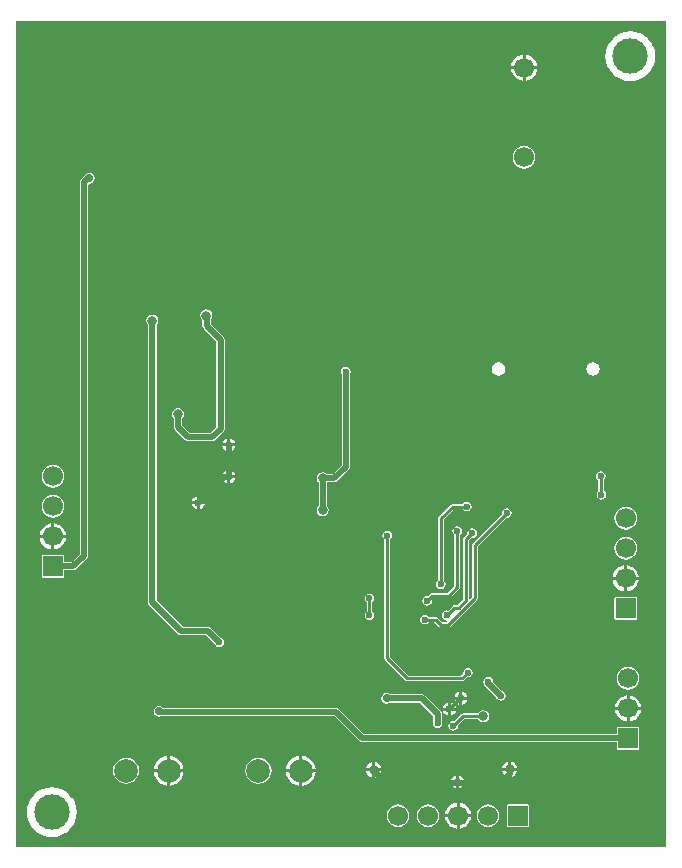
<source format=gbl>
G04 Layer_Physical_Order=2*
G04 Layer_Color=16711680*
%FSLAX25Y25*%
%MOIN*%
G70*
G01*
G75*
%ADD29C,0.01968*%
%ADD30C,0.01000*%
%ADD34C,0.06693*%
%ADD35R,0.06693X0.06693*%
%ADD36R,0.06693X0.06693*%
%ADD37C,0.07874*%
%ADD38C,0.11811*%
%ADD39C,0.03150*%
%ADD40C,0.02362*%
%ADD41C,0.02756*%
G36*
X317323Y101378D02*
X100886D01*
X100787Y101419D01*
Y376870D01*
X317323D01*
Y101378D01*
D02*
G37*
%LPC*%
G36*
X265756Y130000D02*
Y127969D01*
X267787D01*
X267764Y128141D01*
X267505Y128767D01*
X267092Y129305D01*
X266554Y129718D01*
X265928Y129977D01*
X265756Y130000D01*
D02*
G37*
G36*
X264756D02*
X264584Y129977D01*
X263957Y129718D01*
X263420Y129305D01*
X263007Y128767D01*
X262747Y128141D01*
X262725Y127969D01*
X264756D01*
Y130000D01*
D02*
G37*
G36*
X148425Y148468D02*
X147734Y148330D01*
X147148Y147939D01*
X146756Y147353D01*
X146619Y146661D01*
X146756Y145970D01*
X147148Y145384D01*
X147734Y144993D01*
X148425Y144855D01*
X149117Y144993D01*
X149217Y145060D01*
X206898D01*
X215199Y136758D01*
X215655Y136454D01*
X216193Y136347D01*
X300960D01*
Y134406D01*
X301084Y134104D01*
X301386Y133979D01*
X308079D01*
X308380Y134104D01*
X308505Y134406D01*
Y141098D01*
X308380Y141400D01*
X308079Y141525D01*
X301386D01*
X301084Y141400D01*
X300960Y141098D01*
Y139157D01*
X216775D01*
X208474Y147458D01*
X208018Y147763D01*
X207480Y147870D01*
X149749D01*
X149703Y147939D01*
X149117Y148330D01*
X148425Y148468D01*
D02*
G37*
G36*
X256496Y147094D02*
X255728Y146941D01*
X255077Y146506D01*
X254737Y145998D01*
X249705D01*
X249356Y145929D01*
X249060Y145731D01*
X246721Y143392D01*
X246457Y143444D01*
X245842Y143322D01*
X245321Y142974D01*
X244973Y142453D01*
X244851Y141839D01*
X244973Y141224D01*
X245321Y140703D01*
X245842Y140355D01*
X246457Y140233D01*
X247071Y140355D01*
X247592Y140703D01*
X247940Y141224D01*
X248062Y141839D01*
X248010Y142103D01*
X250082Y144175D01*
X254737D01*
X255077Y143667D01*
X255728Y143232D01*
X256496Y143079D01*
X257264Y143232D01*
X257915Y143667D01*
X258350Y144318D01*
X258503Y145087D01*
X258350Y145855D01*
X257915Y146506D01*
X257264Y146941D01*
X256496Y147094D01*
D02*
G37*
G36*
X224213Y152798D02*
X223521Y152661D01*
X222935Y152269D01*
X222544Y151683D01*
X222406Y150992D01*
X222544Y150301D01*
X222935Y149715D01*
X223521Y149323D01*
X224213Y149186D01*
X224904Y149323D01*
X225299Y149587D01*
X235442D01*
X239835Y145194D01*
Y143456D01*
X239757Y143339D01*
X239634Y142724D01*
X239757Y142110D01*
X240105Y141589D01*
X240626Y141241D01*
X241240Y141119D01*
X241855Y141241D01*
X242375Y141589D01*
X242724Y142110D01*
X242846Y142724D01*
X242724Y143339D01*
X242645Y143456D01*
Y145776D01*
X242538Y146313D01*
X242234Y146769D01*
X237017Y151986D01*
X236561Y152290D01*
X236024Y152397D01*
X225299D01*
X224904Y152661D01*
X224213Y152798D01*
D02*
G37*
G36*
X220480Y129704D02*
Y127673D01*
X222512D01*
X222489Y127845D01*
X222229Y128472D01*
X221817Y129010D01*
X221279Y129422D01*
X220653Y129682D01*
X220480Y129704D01*
D02*
G37*
G36*
X152075Y131792D02*
Y127378D01*
X156489D01*
X156385Y128167D01*
X155887Y129368D01*
X155096Y130399D01*
X154065Y131190D01*
X152864Y131688D01*
X152075Y131792D01*
D02*
G37*
G36*
X151075D02*
X150286Y131688D01*
X149085Y131190D01*
X148054Y130399D01*
X147262Y129368D01*
X146765Y128167D01*
X146661Y127378D01*
X151075D01*
Y131792D01*
D02*
G37*
G36*
X195177Y131800D02*
X194388Y131696D01*
X193187Y131198D01*
X192156Y130407D01*
X191365Y129376D01*
X190867Y128175D01*
X190763Y127386D01*
X195177D01*
Y131800D01*
D02*
G37*
G36*
X219480Y129704D02*
X219308Y129682D01*
X218682Y129422D01*
X218144Y129010D01*
X217731Y128472D01*
X217472Y127845D01*
X217449Y127673D01*
X219480D01*
Y129704D01*
D02*
G37*
G36*
X196177Y131800D02*
Y127386D01*
X200591D01*
X200487Y128175D01*
X199990Y129376D01*
X199198Y130407D01*
X198167Y131198D01*
X196966Y131696D01*
X196177Y131800D01*
D02*
G37*
G36*
X305232Y152070D02*
Y148252D01*
X309050D01*
X308967Y148887D01*
X308529Y149944D01*
X307832Y150852D01*
X306924Y151549D01*
X305867Y151987D01*
X305232Y152070D01*
D02*
G37*
G36*
X304232D02*
X303598Y151987D01*
X302540Y151549D01*
X301632Y150852D01*
X300936Y149944D01*
X300498Y148887D01*
X300414Y148252D01*
X304232D01*
Y152070D01*
D02*
G37*
G36*
X248516Y150591D02*
X246891D01*
X246961Y150240D01*
X247443Y149518D01*
X248165Y149036D01*
X248516Y148966D01*
Y150591D01*
D02*
G37*
G36*
X258071Y158208D02*
X257456Y158086D01*
X256936Y157738D01*
X256587Y157217D01*
X256465Y156602D01*
X256587Y155988D01*
X256734Y155769D01*
X256773Y155573D01*
X257077Y155117D01*
X260792Y151402D01*
X260820Y151263D01*
X261168Y150743D01*
X261689Y150394D01*
X262303Y150272D01*
X262918Y150394D01*
X263439Y150743D01*
X263787Y151263D01*
X263909Y151878D01*
X263787Y152492D01*
X263439Y153013D01*
X262918Y153361D01*
X262779Y153389D01*
X259658Y156510D01*
X259677Y156602D01*
X259554Y157217D01*
X259206Y157738D01*
X258685Y158086D01*
X258071Y158208D01*
D02*
G37*
G36*
X251140Y150591D02*
X249516D01*
Y148966D01*
X249867Y149036D01*
X250588Y149518D01*
X251070Y150240D01*
X251140Y150591D01*
D02*
G37*
G36*
X245677Y149573D02*
Y147949D01*
X247302D01*
X247232Y148300D01*
X246750Y149021D01*
X246028Y149503D01*
X245677Y149573D01*
D02*
G37*
G36*
X304232Y147252D02*
X300414D01*
X300498Y146617D01*
X300936Y145560D01*
X301632Y144652D01*
X302540Y143955D01*
X303598Y143517D01*
X304232Y143434D01*
Y147252D01*
D02*
G37*
G36*
X309050D02*
X305232D01*
Y143434D01*
X305867Y143517D01*
X306924Y143955D01*
X307832Y144652D01*
X308529Y145560D01*
X308967Y146617D01*
X309050Y147252D01*
D02*
G37*
G36*
X244677Y146949D02*
X243053D01*
X243123Y146598D01*
X243605Y145876D01*
X244326Y145394D01*
X244677Y145324D01*
Y146949D01*
D02*
G37*
G36*
Y149573D02*
X244326Y149503D01*
X243605Y149021D01*
X243123Y148300D01*
X243053Y147949D01*
X244677D01*
Y149573D01*
D02*
G37*
G36*
X247302Y146949D02*
X245677D01*
Y145324D01*
X246028Y145394D01*
X246750Y145876D01*
X247232Y146598D01*
X247302Y146949D01*
D02*
G37*
G36*
X267787Y126969D02*
X265756D01*
Y124937D01*
X265928Y124960D01*
X266554Y125219D01*
X267092Y125632D01*
X267505Y126170D01*
X267764Y126796D01*
X267787Y126969D01*
D02*
G37*
G36*
X248539Y116243D02*
Y112425D01*
X252358D01*
X252274Y113060D01*
X251836Y114117D01*
X251139Y115025D01*
X250231Y115722D01*
X249174Y116160D01*
X248539Y116243D01*
D02*
G37*
G36*
X247539D02*
X246905Y116160D01*
X245847Y115722D01*
X244939Y115025D01*
X244243Y114117D01*
X243805Y113060D01*
X243721Y112425D01*
X247539D01*
Y116243D01*
D02*
G37*
G36*
X247425Y122728D02*
X245801D01*
X245871Y122377D01*
X246353Y121656D01*
X247074Y121174D01*
X247425Y121104D01*
Y122728D01*
D02*
G37*
G36*
X112598Y121437D02*
X112578Y121428D01*
X112557Y121435D01*
X111013Y121283D01*
X110975Y121262D01*
X110931Y121266D01*
X109447Y120816D01*
X109413Y120788D01*
X109370Y120784D01*
X108002Y120053D01*
X107974Y120019D01*
X107932Y120007D01*
X106733Y119023D01*
X106713Y118984D01*
X106674Y118964D01*
X105690Y117764D01*
X105678Y117723D01*
X105644Y117695D01*
X104913Y116327D01*
X104909Y116284D01*
X104881Y116250D01*
X104430Y114766D01*
X104435Y114722D01*
X104414Y114684D01*
X104262Y113140D01*
X104275Y113098D01*
X104262Y113057D01*
X104414Y111513D01*
X104435Y111475D01*
X104430Y111431D01*
X104881Y109947D01*
X104909Y109913D01*
X104913Y109870D01*
X105644Y108502D01*
X105678Y108474D01*
X105690Y108432D01*
X106674Y107233D01*
X106713Y107213D01*
X106733Y107174D01*
X107932Y106190D01*
X107974Y106178D01*
X108002Y106144D01*
X109370Y105413D01*
X109413Y105409D01*
X109447Y105381D01*
X110931Y104930D01*
X110975Y104935D01*
X111013Y104914D01*
X112557Y104762D01*
X112578Y104769D01*
X112598Y104760D01*
X112619Y104769D01*
X112640Y104762D01*
X114184Y104914D01*
X114222Y104935D01*
X114266Y104930D01*
X115750Y105381D01*
X115784Y105409D01*
X115827Y105413D01*
X117195Y106144D01*
X117223Y106178D01*
X117264Y106190D01*
X118464Y107174D01*
X118484Y107213D01*
X118523Y107233D01*
X119507Y108432D01*
X119519Y108474D01*
X119553Y108502D01*
X120284Y109870D01*
X120288Y109913D01*
X120316Y109947D01*
X120766Y111431D01*
X120762Y111475D01*
X120783Y111513D01*
X120935Y113057D01*
X120922Y113098D01*
X120935Y113140D01*
X120783Y114684D01*
X120762Y114722D01*
X120766Y114766D01*
X120316Y116250D01*
X120288Y116284D01*
X120284Y116327D01*
X119553Y117695D01*
X119519Y117723D01*
X119507Y117764D01*
X118523Y118964D01*
X118484Y118984D01*
X118464Y119023D01*
X117264Y120007D01*
X117223Y120019D01*
X117195Y120053D01*
X115827Y120784D01*
X115784Y120788D01*
X115750Y120816D01*
X114266Y121266D01*
X114222Y121262D01*
X114184Y121283D01*
X112640Y121435D01*
X112619Y121428D01*
X112598Y121437D01*
D02*
G37*
G36*
X250050Y122728D02*
X248425D01*
Y121104D01*
X248776Y121174D01*
X249498Y121656D01*
X249980Y122377D01*
X250050Y122728D01*
D02*
G37*
G36*
X258039Y115698D02*
X257063Y115569D01*
X256153Y115192D01*
X255372Y114593D01*
X254772Y113811D01*
X254396Y112902D01*
X254267Y111925D01*
X254396Y110949D01*
X254772Y110039D01*
X255372Y109258D01*
X256153Y108658D01*
X257063Y108281D01*
X258039Y108153D01*
X259016Y108281D01*
X259926Y108658D01*
X260707Y109258D01*
X261306Y110039D01*
X261683Y110949D01*
X261812Y111925D01*
X261683Y112902D01*
X261306Y113811D01*
X260707Y114593D01*
X259926Y115192D01*
X259016Y115569D01*
X258039Y115698D01*
D02*
G37*
G36*
X252358Y111425D02*
X248539D01*
Y107607D01*
X249174Y107691D01*
X250231Y108129D01*
X251139Y108825D01*
X251836Y109733D01*
X252274Y110791D01*
X252358Y111425D01*
D02*
G37*
G36*
X247539D02*
X243721D01*
X243805Y110791D01*
X244243Y109733D01*
X244939Y108825D01*
X245847Y108129D01*
X246905Y107691D01*
X247539Y107607D01*
Y111425D01*
D02*
G37*
G36*
X271386Y115698D02*
X264693D01*
X264392Y115573D01*
X264267Y115272D01*
Y108579D01*
X264392Y108277D01*
X264693Y108153D01*
X271386D01*
X271687Y108277D01*
X271812Y108579D01*
Y115272D01*
X271687Y115573D01*
X271386Y115698D01*
D02*
G37*
G36*
X238039Y115698D02*
X237063Y115569D01*
X236153Y115192D01*
X235372Y114593D01*
X234772Y113811D01*
X234396Y112902D01*
X234267Y111925D01*
X234396Y110949D01*
X234772Y110039D01*
X235372Y109258D01*
X236153Y108658D01*
X237063Y108281D01*
X238039Y108153D01*
X239016Y108281D01*
X239926Y108658D01*
X240707Y109258D01*
X241306Y110039D01*
X241683Y110949D01*
X241812Y111925D01*
X241683Y112902D01*
X241306Y113811D01*
X240707Y114593D01*
X239926Y115192D01*
X239016Y115569D01*
X238039Y115698D01*
D02*
G37*
G36*
X228039D02*
X227063Y115569D01*
X226153Y115192D01*
X225372Y114593D01*
X224772Y113811D01*
X224395Y112902D01*
X224267Y111925D01*
X224395Y110949D01*
X224772Y110039D01*
X225372Y109258D01*
X226153Y108658D01*
X227063Y108281D01*
X228039Y108153D01*
X229016Y108281D01*
X229926Y108658D01*
X230707Y109258D01*
X231306Y110039D01*
X231683Y110949D01*
X231812Y111925D01*
X231683Y112902D01*
X231306Y113811D01*
X230707Y114593D01*
X229926Y115192D01*
X229016Y115569D01*
X228039Y115698D01*
D02*
G37*
G36*
X248425Y125353D02*
Y123728D01*
X250050D01*
X249980Y124079D01*
X249498Y124801D01*
X248776Y125283D01*
X248425Y125353D01*
D02*
G37*
G36*
X247425D02*
X247074Y125283D01*
X246353Y124801D01*
X245871Y124079D01*
X245801Y123728D01*
X247425D01*
Y125353D01*
D02*
G37*
G36*
X219480Y126673D02*
X217449D01*
X217472Y126501D01*
X217731Y125875D01*
X218144Y125337D01*
X218682Y124924D01*
X219308Y124665D01*
X219480Y124642D01*
Y126673D01*
D02*
G37*
G36*
X264756Y126969D02*
X262725D01*
X262747Y126796D01*
X263007Y126170D01*
X263420Y125632D01*
X263957Y125219D01*
X264584Y124960D01*
X264756Y124937D01*
Y126969D01*
D02*
G37*
G36*
X222512Y126673D02*
X220480D01*
Y124642D01*
X220653Y124665D01*
X221279Y124924D01*
X221817Y125337D01*
X222229Y125875D01*
X222489Y126501D01*
X222512Y126673D01*
D02*
G37*
G36*
X181504Y131254D02*
X180373Y131105D01*
X179320Y130669D01*
X178415Y129974D01*
X177721Y129070D01*
X177285Y128016D01*
X177136Y126886D01*
X177285Y125755D01*
X177721Y124702D01*
X178415Y123797D01*
X179320Y123103D01*
X180373Y122667D01*
X181504Y122518D01*
X182634Y122667D01*
X183688Y123103D01*
X184593Y123797D01*
X185287Y124702D01*
X185723Y125755D01*
X185872Y126886D01*
X185723Y128016D01*
X185287Y129070D01*
X184593Y129974D01*
X183688Y130669D01*
X182634Y131105D01*
X181504Y131254D01*
D02*
G37*
G36*
X156489Y126378D02*
X152075D01*
Y121964D01*
X152864Y122068D01*
X154065Y122565D01*
X155096Y123357D01*
X155887Y124388D01*
X156385Y125589D01*
X156489Y126378D01*
D02*
G37*
G36*
X151075D02*
X146661D01*
X146765Y125589D01*
X147262Y124388D01*
X148054Y123357D01*
X149085Y122565D01*
X150286Y122068D01*
X151075Y121964D01*
Y126378D01*
D02*
G37*
G36*
X195177Y126386D02*
X190763D01*
X190867Y125597D01*
X191365Y124396D01*
X192156Y123365D01*
X193187Y122573D01*
X194388Y122076D01*
X195177Y121972D01*
Y126386D01*
D02*
G37*
G36*
X137402Y131246D02*
X136271Y131097D01*
X135217Y130661D01*
X134313Y129967D01*
X133619Y129062D01*
X133182Y128008D01*
X133034Y126878D01*
X133182Y125747D01*
X133619Y124694D01*
X134313Y123789D01*
X135217Y123095D01*
X136271Y122659D01*
X137402Y122510D01*
X138532Y122659D01*
X139586Y123095D01*
X140490Y123789D01*
X141184Y124694D01*
X141621Y125747D01*
X141770Y126878D01*
X141621Y128008D01*
X141184Y129062D01*
X140490Y129967D01*
X139586Y130661D01*
X138532Y131097D01*
X137402Y131246D01*
D02*
G37*
G36*
X200591Y126386D02*
X196177D01*
Y121972D01*
X196966Y122076D01*
X198167Y122573D01*
X199198Y123365D01*
X199990Y124396D01*
X200487Y125597D01*
X200591Y126386D01*
D02*
G37*
G36*
X171185Y227002D02*
X170834Y226933D01*
X170113Y226450D01*
X169631Y225729D01*
X169561Y225378D01*
X171185D01*
Y227002D01*
D02*
G37*
G36*
X173809Y224378D02*
X172185D01*
Y222754D01*
X172536Y222823D01*
X173258Y223306D01*
X173740Y224027D01*
X173809Y224378D01*
D02*
G37*
G36*
X172185Y227002D02*
Y225378D01*
X173809D01*
X173740Y225729D01*
X173258Y226450D01*
X172536Y226933D01*
X172185Y227002D01*
D02*
G37*
G36*
X171153Y235039D02*
X169529D01*
X169599Y234688D01*
X170081Y233967D01*
X170802Y233485D01*
X171153Y233415D01*
Y235039D01*
D02*
G37*
G36*
X210630Y261555D02*
X210016Y261432D01*
X209495Y261084D01*
X209146Y260563D01*
X209024Y259949D01*
X209146Y259334D01*
X209225Y259217D01*
Y228838D01*
X206209Y225822D01*
X204381D01*
X204372Y225836D01*
X203721Y226272D01*
X202953Y226424D01*
X202185Y226272D01*
X201534Y225836D01*
X201098Y225185D01*
X200946Y224417D01*
X201098Y223649D01*
X201534Y222998D01*
X201548Y222989D01*
Y215118D01*
X201534Y215108D01*
X201098Y214457D01*
X200946Y213689D01*
X201098Y212921D01*
X201534Y212270D01*
X202185Y211835D01*
X202953Y211682D01*
X203721Y211835D01*
X204372Y212270D01*
X204807Y212921D01*
X204960Y213689D01*
X204807Y214457D01*
X204372Y215108D01*
X204358Y215118D01*
Y222989D01*
X204372Y222998D01*
X204381Y223012D01*
X206791D01*
X207329Y223119D01*
X207785Y223424D01*
X211623Y227262D01*
X211928Y227718D01*
X212035Y228256D01*
Y259080D01*
X212125Y259214D01*
X212232Y259752D01*
X212214Y259841D01*
X212236Y259949D01*
X212113Y260563D01*
X211765Y261084D01*
X211244Y261432D01*
X210630Y261555D01*
D02*
G37*
G36*
X171185Y224378D02*
X169561D01*
X169631Y224027D01*
X170113Y223306D01*
X170834Y222823D01*
X171185Y222754D01*
Y224378D01*
D02*
G37*
G36*
X160917Y218372D02*
X160566Y218303D01*
X159845Y217821D01*
X159363Y217099D01*
X159293Y216748D01*
X160917D01*
Y218372D01*
D02*
G37*
G36*
X163542Y215748D02*
X161917D01*
Y214124D01*
X162268Y214194D01*
X162990Y214675D01*
X163472Y215397D01*
X163542Y215748D01*
D02*
G37*
G36*
X161917Y218372D02*
Y216748D01*
X163542D01*
X163472Y217099D01*
X162990Y217821D01*
X162268Y218303D01*
X161917Y218372D01*
D02*
G37*
G36*
X113000Y228847D02*
X112024Y228719D01*
X111114Y228342D01*
X110333Y227742D01*
X109733Y226961D01*
X109356Y226051D01*
X109228Y225075D01*
X109356Y224098D01*
X109733Y223189D01*
X110333Y222407D01*
X111114Y221808D01*
X112024Y221431D01*
X113000Y221302D01*
X113976Y221431D01*
X114886Y221808D01*
X115667Y222407D01*
X116267Y223189D01*
X116644Y224098D01*
X116772Y225075D01*
X116644Y226051D01*
X116267Y226961D01*
X115667Y227742D01*
X114886Y228342D01*
X113976Y228719D01*
X113000Y228847D01*
D02*
G37*
G36*
X295669Y226712D02*
X295055Y226590D01*
X294534Y226242D01*
X294186Y225721D01*
X294064Y225106D01*
X294186Y224492D01*
X294534Y223971D01*
X294758Y223821D01*
Y220059D01*
X294731Y220041D01*
X294383Y219520D01*
X294261Y218905D01*
X294383Y218291D01*
X294731Y217770D01*
X295252Y217422D01*
X295866Y217300D01*
X296481Y217422D01*
X297002Y217770D01*
X297350Y218291D01*
X297472Y218905D01*
X297350Y219520D01*
X297002Y220041D01*
X296581Y220322D01*
Y223821D01*
X296805Y223971D01*
X297153Y224492D01*
X297275Y225106D01*
X297153Y225721D01*
X296805Y226242D01*
X296284Y226590D01*
X295669Y226712D01*
D02*
G37*
G36*
X173778Y235039D02*
X172153D01*
Y233415D01*
X172505Y233485D01*
X173226Y233967D01*
X173708Y234688D01*
X173778Y235039D01*
D02*
G37*
G36*
X269583Y360799D02*
X265765D01*
X265848Y360165D01*
X266286Y359107D01*
X266983Y358199D01*
X267891Y357503D01*
X268948Y357065D01*
X269583Y356981D01*
Y360799D01*
D02*
G37*
G36*
X274401D02*
X270583D01*
Y356981D01*
X271217Y357065D01*
X272275Y357503D01*
X273183Y358199D01*
X273879Y359107D01*
X274317Y360165D01*
X274401Y360799D01*
D02*
G37*
G36*
X269583Y365617D02*
X268948Y365534D01*
X267891Y365096D01*
X266983Y364399D01*
X266286Y363491D01*
X265848Y362434D01*
X265765Y361799D01*
X269583D01*
Y365617D01*
D02*
G37*
G36*
X305512Y373405D02*
X305491Y373397D01*
X305470Y373403D01*
X303926Y373251D01*
X303888Y373231D01*
X303844Y373235D01*
X302360Y372785D01*
X302326Y372757D01*
X302283Y372753D01*
X300915Y372021D01*
X300887Y371988D01*
X300846Y371975D01*
X299647Y370991D01*
X299626Y370953D01*
X299588Y370932D01*
X298604Y369733D01*
X298591Y369691D01*
X298557Y369664D01*
X297826Y368296D01*
X297822Y368252D01*
X297794Y368218D01*
X297344Y366734D01*
X297348Y366691D01*
X297328Y366652D01*
X297176Y365109D01*
X297188Y365067D01*
X297176Y365025D01*
X297328Y363482D01*
X297348Y363443D01*
X297344Y363400D01*
X297794Y361915D01*
X297822Y361882D01*
X297826Y361838D01*
X298557Y360470D01*
X298591Y360443D01*
X298604Y360401D01*
X299588Y359202D01*
X299626Y359181D01*
X299647Y359143D01*
X300846Y358159D01*
X300887Y358146D01*
X300915Y358112D01*
X302283Y357381D01*
X302326Y357377D01*
X302360Y357349D01*
X303844Y356899D01*
X303888Y356903D01*
X303926Y356883D01*
X305470Y356731D01*
X305491Y356737D01*
X305512Y356729D01*
X305532Y356737D01*
X305554Y356731D01*
X307097Y356883D01*
X307136Y356903D01*
X307179Y356899D01*
X308663Y357349D01*
X308697Y357377D01*
X308740Y357381D01*
X310108Y358112D01*
X310136Y358146D01*
X310178Y358159D01*
X311377Y359143D01*
X311397Y359181D01*
X311436Y359202D01*
X312420Y360401D01*
X312433Y360443D01*
X312466Y360470D01*
X313197Y361838D01*
X313202Y361882D01*
X313229Y361915D01*
X313680Y363400D01*
X313675Y363443D01*
X313696Y363482D01*
X313848Y365025D01*
X313835Y365067D01*
X313848Y365109D01*
X313696Y366652D01*
X313675Y366691D01*
X313680Y366734D01*
X313229Y368218D01*
X313202Y368252D01*
X313197Y368296D01*
X312466Y369664D01*
X312433Y369691D01*
X312420Y369733D01*
X311436Y370932D01*
X311397Y370953D01*
X311377Y370991D01*
X310178Y371975D01*
X310136Y371988D01*
X310108Y372021D01*
X308740Y372753D01*
X308697Y372757D01*
X308663Y372785D01*
X307179Y373235D01*
X307136Y373231D01*
X307097Y373251D01*
X305554Y373403D01*
X305532Y373397D01*
X305512Y373405D01*
D02*
G37*
G36*
X270583Y365617D02*
Y361799D01*
X274401D01*
X274317Y362434D01*
X273879Y363491D01*
X273183Y364399D01*
X272275Y365096D01*
X271217Y365534D01*
X270583Y365617D01*
D02*
G37*
G36*
X270083Y335150D02*
X269106Y335022D01*
X268197Y334645D01*
X267415Y334045D01*
X266816Y333264D01*
X266439Y332354D01*
X266310Y331378D01*
X266439Y330402D01*
X266816Y329492D01*
X267415Y328710D01*
X268197Y328111D01*
X269106Y327734D01*
X270083Y327606D01*
X271059Y327734D01*
X271969Y328111D01*
X272750Y328710D01*
X273350Y329492D01*
X273727Y330402D01*
X273855Y331378D01*
X273727Y332354D01*
X273350Y333264D01*
X272750Y334045D01*
X271969Y334645D01*
X271059Y335022D01*
X270083Y335150D01*
D02*
G37*
G36*
X172153Y237664D02*
Y236039D01*
X173778D01*
X173708Y236390D01*
X173226Y237112D01*
X172505Y237594D01*
X172153Y237664D01*
D02*
G37*
G36*
X171153D02*
X170802Y237594D01*
X170081Y237112D01*
X169599Y236390D01*
X169529Y236039D01*
X171153D01*
Y237664D01*
D02*
G37*
G36*
X164173Y280657D02*
X163405Y280504D01*
X162754Y280069D01*
X162319Y279418D01*
X162166Y278650D01*
X162319Y277882D01*
X162754Y277230D01*
X162867Y277155D01*
Y275205D01*
X162974Y274667D01*
X163278Y274211D01*
X167493Y269997D01*
Y258712D01*
X167414Y258595D01*
X167292Y257980D01*
X167414Y257366D01*
X167493Y257248D01*
Y241535D01*
X165560Y239602D01*
X158751D01*
X156129Y242224D01*
Y244445D01*
X156144Y244455D01*
X156579Y245106D01*
X156731Y245874D01*
X156579Y246642D01*
X156144Y247293D01*
X155492Y247728D01*
X154724Y247881D01*
X153956Y247728D01*
X153305Y247293D01*
X152870Y246642D01*
X152717Y245874D01*
X152870Y245106D01*
X153305Y244455D01*
X153320Y244445D01*
Y241642D01*
X153426Y241104D01*
X153731Y240648D01*
X157176Y237203D01*
X157632Y236899D01*
X158169Y236792D01*
X166142D01*
X166679Y236899D01*
X167135Y237203D01*
X169891Y239959D01*
X170196Y240415D01*
X170303Y240953D01*
Y257248D01*
X170381Y257366D01*
X170503Y257980D01*
X170381Y258595D01*
X170303Y258712D01*
Y270579D01*
X170196Y271116D01*
X169891Y271572D01*
X165677Y275787D01*
Y277356D01*
X166027Y277882D01*
X166180Y278650D01*
X166027Y279418D01*
X165592Y280069D01*
X164941Y280504D01*
X164173Y280657D01*
D02*
G37*
G36*
X293012Y263045D02*
X292971Y263028D01*
X292929Y263036D01*
X292237Y262899D01*
X292167Y262852D01*
X292084Y262835D01*
X291498Y262444D01*
X291451Y262373D01*
X291380Y262326D01*
X290989Y261740D01*
X290972Y261657D01*
X290925Y261586D01*
X290788Y260895D01*
X290804Y260812D01*
X290788Y260729D01*
X290925Y260038D01*
X290972Y259967D01*
X290989Y259884D01*
X291380Y259298D01*
X291451Y259251D01*
X291498Y259180D01*
X292084Y258789D01*
X292167Y258772D01*
X292237Y258725D01*
X292929Y258588D01*
X292971Y258596D01*
X293012Y258579D01*
X293052Y258596D01*
X293095Y258588D01*
X293786Y258725D01*
X293857Y258772D01*
X293940Y258789D01*
X294526Y259180D01*
X294573Y259251D01*
X294643Y259298D01*
X295035Y259884D01*
X295052Y259967D01*
X295099Y260038D01*
X295236Y260729D01*
X295220Y260812D01*
X295236Y260895D01*
X295099Y261586D01*
X295052Y261657D01*
X295035Y261740D01*
X294643Y262326D01*
X294573Y262373D01*
X294526Y262444D01*
X293940Y262835D01*
X293857Y262852D01*
X293786Y262899D01*
X293095Y263036D01*
X293052Y263028D01*
X293012Y263045D01*
D02*
G37*
G36*
X261516D02*
X261475Y263028D01*
X261433Y263036D01*
X260741Y262899D01*
X260671Y262852D01*
X260588Y262835D01*
X260002Y262444D01*
X259955Y262373D01*
X259884Y262326D01*
X259493Y261740D01*
X259476Y261657D01*
X259429Y261586D01*
X259291Y260895D01*
X259308Y260812D01*
X259291Y260729D01*
X259429Y260038D01*
X259476Y259967D01*
X259493Y259884D01*
X259884Y259298D01*
X259955Y259251D01*
X260002Y259180D01*
X260588Y258789D01*
X260671Y258772D01*
X260741Y258725D01*
X261433Y258588D01*
X261475Y258596D01*
X261516Y258579D01*
X261556Y258596D01*
X261599Y258588D01*
X262290Y258725D01*
X262361Y258772D01*
X262444Y258789D01*
X263030Y259180D01*
X263077Y259251D01*
X263147Y259298D01*
X263539Y259884D01*
X263556Y259967D01*
X263603Y260038D01*
X263740Y260729D01*
X263723Y260812D01*
X263740Y260895D01*
X263603Y261586D01*
X263556Y261657D01*
X263539Y261740D01*
X263147Y262326D01*
X263077Y262373D01*
X263030Y262444D01*
X262444Y262835D01*
X262361Y262852D01*
X262290Y262899D01*
X261599Y263036D01*
X261556Y263028D01*
X261516Y263045D01*
D02*
G37*
G36*
X247736Y208405D02*
X247122Y208283D01*
X246601Y207935D01*
X246253Y207414D01*
X246131Y206799D01*
X246253Y206185D01*
X246601Y205664D01*
X246825Y205514D01*
Y188377D01*
X244603Y186155D01*
X239469D01*
X239120Y186086D01*
X238824Y185888D01*
X238060Y185124D01*
X237795Y185177D01*
X237181Y185054D01*
X236660Y184706D01*
X236312Y184185D01*
X236190Y183571D01*
X236312Y182956D01*
X236660Y182436D01*
X237181Y182087D01*
X237795Y181965D01*
X238410Y182087D01*
X238931Y182436D01*
X239279Y182956D01*
X239401Y183571D01*
X239348Y183835D01*
X239846Y184333D01*
X244980D01*
X245329Y184402D01*
X245625Y184600D01*
X248380Y187356D01*
X248578Y187651D01*
X248647Y188000D01*
Y205514D01*
X248872Y205664D01*
X249220Y206185D01*
X249342Y206799D01*
X249220Y207414D01*
X248872Y207935D01*
X248351Y208283D01*
X247736Y208405D01*
D02*
G37*
G36*
X307291Y184832D02*
X300598D01*
X300297Y184707D01*
X300172Y184406D01*
Y177713D01*
X300297Y177411D01*
X300598Y177287D01*
X307291D01*
X307593Y177411D01*
X307717Y177713D01*
Y184406D01*
X307593Y184707D01*
X307291Y184832D01*
D02*
G37*
G36*
X303445Y190559D02*
X299627D01*
X299710Y189924D01*
X300148Y188867D01*
X300845Y187959D01*
X301753Y187262D01*
X302810Y186825D01*
X303445Y186741D01*
Y190559D01*
D02*
G37*
G36*
Y195377D02*
X302810Y195294D01*
X301753Y194856D01*
X300845Y194159D01*
X300148Y193251D01*
X299710Y192194D01*
X299627Y191559D01*
X303445D01*
Y195377D01*
D02*
G37*
G36*
X308263Y190559D02*
X304445D01*
Y186741D01*
X305080Y186825D01*
X306137Y187262D01*
X307045Y187959D01*
X307741Y188867D01*
X308179Y189924D01*
X308263Y190559D01*
D02*
G37*
G36*
X218512Y185972D02*
X217897Y185850D01*
X217376Y185502D01*
X217028Y184981D01*
X216906Y184366D01*
X217028Y183752D01*
X217376Y183231D01*
X217601Y183081D01*
Y180041D01*
X217376Y179891D01*
X217028Y179370D01*
X216906Y178756D01*
X217028Y178141D01*
X217376Y177620D01*
X217897Y177272D01*
X218512Y177150D01*
X219126Y177272D01*
X219647Y177620D01*
X219995Y178141D01*
X220117Y178756D01*
X219995Y179370D01*
X219647Y179891D01*
X219423Y180041D01*
Y183081D01*
X219647Y183231D01*
X219995Y183752D01*
X220117Y184366D01*
X219995Y184981D01*
X219647Y185502D01*
X219126Y185850D01*
X218512Y185972D01*
D02*
G37*
G36*
X249516Y153215D02*
Y151591D01*
X251140D01*
X251070Y151942D01*
X250588Y152663D01*
X249867Y153145D01*
X249516Y153215D01*
D02*
G37*
G36*
X248516D02*
X248165Y153145D01*
X247443Y152663D01*
X246961Y151942D01*
X246891Y151591D01*
X248516D01*
Y153215D01*
D02*
G37*
G36*
X304732Y161524D02*
X303756Y161396D01*
X302846Y161019D01*
X302065Y160419D01*
X301465Y159638D01*
X301088Y158728D01*
X300960Y157752D01*
X301088Y156776D01*
X301465Y155866D01*
X302065Y155085D01*
X302846Y154485D01*
X303756Y154108D01*
X304732Y153980D01*
X305709Y154108D01*
X306618Y154485D01*
X307400Y155085D01*
X307999Y155866D01*
X308376Y156776D01*
X308505Y157752D01*
X308376Y158728D01*
X307999Y159638D01*
X307400Y160419D01*
X306618Y161019D01*
X305709Y161396D01*
X304732Y161524D01*
D02*
G37*
G36*
X146161Y278983D02*
X145393Y278831D01*
X144742Y278396D01*
X144307Y277744D01*
X144154Y276976D01*
X144307Y276208D01*
X144742Y275557D01*
X144756Y275548D01*
Y183079D01*
X144863Y182541D01*
X145168Y182085D01*
X154715Y172538D01*
X155171Y172233D01*
X155709Y172126D01*
X163985D01*
X166894Y169217D01*
X166922Y169078D01*
X167270Y168558D01*
X167791Y168210D01*
X168405Y168087D01*
X169020Y168210D01*
X169541Y168558D01*
X169889Y169078D01*
X170011Y169693D01*
X169889Y170307D01*
X169541Y170828D01*
X169020Y171176D01*
X168881Y171204D01*
X165560Y174525D01*
X165105Y174829D01*
X164567Y174936D01*
X156291D01*
X147566Y183661D01*
Y275548D01*
X147581Y275557D01*
X148016Y276208D01*
X148169Y276976D01*
X148016Y277744D01*
X147581Y278396D01*
X146930Y278831D01*
X146161Y278983D01*
D02*
G37*
G36*
X224410Y206879D02*
X223795Y206757D01*
X223274Y206409D01*
X222926Y205888D01*
X222804Y205274D01*
X222926Y204659D01*
X223274Y204138D01*
X223498Y203989D01*
Y164378D01*
X223568Y164029D01*
X223765Y163734D01*
X230458Y157041D01*
X230754Y156843D01*
X231102Y156774D01*
X249410D01*
X249758Y156843D01*
X250054Y157041D01*
X251114Y158100D01*
X251378Y158048D01*
X251992Y158170D01*
X252513Y158518D01*
X252861Y159039D01*
X252984Y159653D01*
X252861Y160268D01*
X252513Y160789D01*
X251992Y161137D01*
X251378Y161259D01*
X250764Y161137D01*
X250243Y160789D01*
X249894Y160268D01*
X249772Y159653D01*
X249825Y159389D01*
X249032Y158596D01*
X231480D01*
X225321Y164755D01*
Y203989D01*
X225545Y204138D01*
X225893Y204659D01*
X226015Y205274D01*
X225893Y205888D01*
X225545Y206409D01*
X225024Y206757D01*
X224410Y206879D01*
D02*
G37*
G36*
X304445Y195377D02*
Y191559D01*
X308263D01*
X308179Y192194D01*
X307741Y193251D01*
X307045Y194159D01*
X306137Y194856D01*
X305080Y195294D01*
X304445Y195377D01*
D02*
G37*
G36*
X264272Y214409D02*
X263657Y214287D01*
X263136Y213938D01*
X262788Y213418D01*
X262666Y212803D01*
X262719Y212539D01*
X252997Y202818D01*
X252800Y202522D01*
X252730Y202173D01*
Y184834D01*
X252100Y184204D01*
X251600Y184411D01*
Y203666D01*
X252491Y204557D01*
X252756Y204505D01*
X253370Y204627D01*
X253891Y204975D01*
X254239Y205496D01*
X254362Y206110D01*
X254239Y206725D01*
X253891Y207246D01*
X253370Y207594D01*
X252756Y207716D01*
X252141Y207594D01*
X251621Y207246D01*
X251273Y206725D01*
X251150Y206110D01*
X251203Y205846D01*
X250045Y204688D01*
X249847Y204392D01*
X249778Y204043D01*
Y184145D01*
X247851Y182218D01*
X246850D01*
X246502Y182149D01*
X246206Y181951D01*
X244556Y180301D01*
X244291Y180354D01*
X243677Y180231D01*
X243156Y179883D01*
X242808Y179362D01*
X242686Y178748D01*
X242808Y178134D01*
X243156Y177613D01*
X243677Y177265D01*
X243960Y177208D01*
X244207Y176655D01*
X244118Y176510D01*
X242602D01*
X241196Y177916D01*
X240900Y178113D01*
X240551Y178183D01*
X238293D01*
X238143Y178407D01*
X237622Y178755D01*
X237008Y178877D01*
X236393Y178755D01*
X235873Y178407D01*
X235524Y177886D01*
X235402Y177272D01*
X235524Y176657D01*
X235873Y176136D01*
X236393Y175788D01*
X237008Y175666D01*
X237622Y175788D01*
X238143Y176136D01*
X238293Y176360D01*
X240174D01*
X241580Y174954D01*
X241876Y174757D01*
X242224Y174687D01*
X244783D01*
X245132Y174757D01*
X245428Y174954D01*
X254286Y183812D01*
X254484Y184108D01*
X254553Y184457D01*
Y201796D01*
X264007Y211250D01*
X264272Y211197D01*
X264886Y211320D01*
X265407Y211668D01*
X265755Y212189D01*
X265877Y212803D01*
X265755Y213418D01*
X265407Y213938D01*
X264886Y214287D01*
X264272Y214409D01*
D02*
G37*
G36*
X303945Y214831D02*
X302969Y214703D01*
X302059Y214326D01*
X301277Y213726D01*
X300678Y212945D01*
X300301Y212035D01*
X300172Y211059D01*
X300301Y210083D01*
X300678Y209173D01*
X301277Y208392D01*
X302059Y207792D01*
X302969Y207415D01*
X303945Y207287D01*
X304921Y207415D01*
X305831Y207792D01*
X306612Y208392D01*
X307212Y209173D01*
X307589Y210083D01*
X307717Y211059D01*
X307589Y212035D01*
X307212Y212945D01*
X306612Y213726D01*
X305831Y214326D01*
X304921Y214703D01*
X303945Y214831D01*
D02*
G37*
G36*
X113000Y218847D02*
X112024Y218719D01*
X111114Y218342D01*
X110333Y217742D01*
X109733Y216961D01*
X109356Y216051D01*
X109228Y215075D01*
X109356Y214098D01*
X109733Y213189D01*
X110333Y212407D01*
X111114Y211808D01*
X112024Y211431D01*
X113000Y211302D01*
X113976Y211431D01*
X114886Y211808D01*
X115667Y212407D01*
X116267Y213189D01*
X116644Y214098D01*
X116772Y215075D01*
X116644Y216051D01*
X116267Y216961D01*
X115667Y217742D01*
X114886Y218342D01*
X113976Y218719D01*
X113000Y218847D01*
D02*
G37*
G36*
X160917Y215748D02*
X159293D01*
X159363Y215397D01*
X159845Y214675D01*
X160566Y214194D01*
X160917Y214124D01*
Y215748D01*
D02*
G37*
G36*
X250969Y216574D02*
X250354Y216452D01*
X249833Y216104D01*
X249683Y215880D01*
X246260D01*
X245911Y215810D01*
X245616Y215613D01*
X241679Y211676D01*
X241481Y211380D01*
X241412Y211032D01*
Y190368D01*
X241188Y190218D01*
X240839Y189697D01*
X240717Y189083D01*
X240839Y188468D01*
X241188Y187947D01*
X241708Y187599D01*
X242323Y187477D01*
X242937Y187599D01*
X243458Y187947D01*
X243806Y188468D01*
X243929Y189083D01*
X243806Y189697D01*
X243458Y190218D01*
X243234Y190368D01*
Y210654D01*
X246637Y214057D01*
X249683D01*
X249833Y213833D01*
X250354Y213485D01*
X250969Y213363D01*
X251583Y213485D01*
X252104Y213833D01*
X252452Y214354D01*
X252574Y214968D01*
X252452Y215583D01*
X252104Y216104D01*
X251583Y216452D01*
X250969Y216574D01*
D02*
G37*
G36*
X113500Y209393D02*
Y205575D01*
X117318D01*
X117235Y206209D01*
X116797Y207267D01*
X116100Y208175D01*
X115192Y208871D01*
X114135Y209309D01*
X113500Y209393D01*
D02*
G37*
G36*
X303945Y204832D02*
X302969Y204703D01*
X302059Y204326D01*
X301277Y203727D01*
X300678Y202945D01*
X300301Y202035D01*
X300172Y201059D01*
X300301Y200083D01*
X300678Y199173D01*
X301277Y198392D01*
X302059Y197792D01*
X302969Y197415D01*
X303945Y197287D01*
X304921Y197415D01*
X305831Y197792D01*
X306612Y198392D01*
X307212Y199173D01*
X307589Y200083D01*
X307717Y201059D01*
X307589Y202035D01*
X307212Y202945D01*
X306612Y203727D01*
X305831Y204326D01*
X304921Y204703D01*
X303945Y204832D01*
D02*
G37*
G36*
X125197Y326224D02*
X124506Y326086D01*
X123920Y325695D01*
X123745Y325433D01*
X123711Y325411D01*
X122432Y324131D01*
X122127Y323675D01*
X122020Y323138D01*
Y199212D01*
X119288Y196480D01*
X116773D01*
Y198421D01*
X116648Y198723D01*
X116347Y198847D01*
X109653D01*
X109352Y198723D01*
X109227Y198421D01*
Y191728D01*
X109352Y191427D01*
X109653Y191302D01*
X116347D01*
X116648Y191427D01*
X116773Y191728D01*
Y193670D01*
X119870D01*
X120408Y193777D01*
X120863Y194081D01*
X124419Y197636D01*
X124723Y198092D01*
X124830Y198630D01*
Y322179D01*
X125197Y322611D01*
X125888Y322748D01*
X126474Y323140D01*
X126866Y323726D01*
X127003Y324417D01*
X126866Y325109D01*
X126474Y325695D01*
X125888Y326086D01*
X125197Y326224D01*
D02*
G37*
G36*
X112500Y204575D02*
X108682D01*
X108765Y203940D01*
X109203Y202883D01*
X109900Y201975D01*
X110808Y201278D01*
X111865Y200840D01*
X112500Y200757D01*
Y204575D01*
D02*
G37*
G36*
Y209393D02*
X111865Y209309D01*
X110808Y208871D01*
X109900Y208175D01*
X109203Y207267D01*
X108765Y206209D01*
X108682Y205575D01*
X112500D01*
Y209393D01*
D02*
G37*
G36*
X117318Y204575D02*
X113500D01*
Y200757D01*
X114135Y200840D01*
X115192Y201278D01*
X116100Y201975D01*
X116797Y202883D01*
X117235Y203940D01*
X117318Y204575D01*
D02*
G37*
%LPD*%
D29*
X247539Y122843D02*
X262303D01*
X210630Y259555D02*
X210827Y259752D01*
X155709Y173531D02*
X164567D01*
X146161Y183079D02*
X155709Y173531D01*
X146161Y183079D02*
Y276976D01*
X164567Y173531D02*
X168405Y169693D01*
X148425Y146661D02*
X148622Y146465D01*
X207480D01*
X216193Y137752D01*
X304732D01*
X124705Y324417D02*
X125197D01*
X123425Y323138D02*
X124705Y324417D01*
X123425Y198630D02*
Y323138D01*
X119870Y195075D02*
X123425Y198630D01*
X113000Y195075D02*
X119870D01*
X210630Y259949D02*
X210827Y259752D01*
X210630Y228256D02*
Y259555D01*
X206791Y224417D02*
X210630Y228256D01*
X202953Y224417D02*
X206791D01*
X202953Y213689D02*
Y224417D01*
X241240Y142724D02*
Y145776D01*
X170047Y224878D02*
X171685D01*
X161417Y216248D02*
X170047Y224878D01*
X171685D02*
Y233835D01*
X158169Y238197D02*
X166142D01*
X154724Y241642D02*
X158169Y238197D01*
X154724Y241642D02*
Y245874D01*
X258071Y156110D02*
X262303Y151878D01*
X224016Y122843D02*
X247539D01*
X219980Y126878D02*
Y127173D01*
Y126878D02*
X224016Y122843D01*
X262303D02*
X265256Y125795D01*
Y127469D01*
X166142Y238197D02*
X168898Y240953D01*
Y257980D01*
Y270579D01*
X164272Y275205D02*
X168898Y270579D01*
X164272Y275205D02*
Y278551D01*
X164173Y278650D02*
X164272Y278551D01*
X171555Y233965D02*
X171685Y233835D01*
X224213Y150992D02*
X236024D01*
X241240Y145776D01*
X171555Y233965D02*
X171653Y234063D01*
Y235539D01*
D30*
X258071Y156110D02*
Y156602D01*
X247539Y122843D02*
X247925Y123228D01*
X249705Y145087D02*
X256496D01*
X246457Y141839D02*
X249705Y145087D01*
X248819Y151091D02*
X249016D01*
X245177Y147449D02*
X248819Y151091D01*
X295669Y219102D02*
X295866Y218905D01*
X295669Y219102D02*
Y225106D01*
X253642Y184457D02*
Y202173D01*
X244783Y175598D02*
X253642Y184457D01*
Y202173D02*
X264272Y212803D01*
X246850Y181307D02*
X248228D01*
X250689Y183768D01*
Y204043D01*
X244291Y178748D02*
X246850Y181307D01*
X242323Y189083D02*
Y211032D01*
X246260Y214968D01*
X250689Y204043D02*
X252756Y206110D01*
X246260Y214968D02*
X250969D01*
X218118Y179150D02*
X218512Y178756D01*
Y184366D01*
X224410Y164378D02*
Y205274D01*
X249410Y157685D02*
X251378Y159653D01*
X224410Y164378D02*
X231102Y157685D01*
X249410D01*
X240551Y177272D02*
X242224Y175598D01*
X244783D01*
X237795Y183571D02*
X239469Y185244D01*
X247736Y188000D02*
Y206799D01*
X244980Y185244D02*
X247736Y188000D01*
X239469Y185244D02*
X244980D01*
X237008Y177272D02*
X240551D01*
D34*
X270083Y331378D02*
D03*
Y361299D02*
D03*
X304732Y147752D02*
D03*
Y157752D02*
D03*
X113000Y215075D02*
D03*
Y205075D02*
D03*
Y225075D02*
D03*
X303945Y201059D02*
D03*
Y191059D02*
D03*
Y211059D02*
D03*
X248039Y111925D02*
D03*
X258039D02*
D03*
X238039D02*
D03*
X228039D02*
D03*
D35*
X304732Y137752D02*
D03*
X113000Y195075D02*
D03*
X303945Y181059D02*
D03*
D36*
X268039Y111925D02*
D03*
D37*
X137402Y126878D02*
D03*
X151575D02*
D03*
X181504Y126886D02*
D03*
X195677D02*
D03*
D38*
X112598Y113098D02*
D03*
X305512Y365067D02*
D03*
D39*
X146161Y276976D02*
D03*
X202953Y224417D02*
D03*
Y213689D02*
D03*
X154724Y245874D02*
D03*
X219980Y127173D02*
D03*
X265256Y127469D02*
D03*
X256496Y145087D02*
D03*
X164173Y278650D02*
D03*
D40*
X168405Y169693D02*
D03*
X210630Y259949D02*
D03*
X241240Y142724D02*
D03*
X161417Y216248D02*
D03*
X171685Y224878D02*
D03*
X258071Y156602D02*
D03*
X262303Y151878D02*
D03*
X247925Y123228D02*
D03*
X246457Y141839D02*
D03*
X249016Y151091D02*
D03*
X245177Y147449D02*
D03*
X295866Y218905D02*
D03*
X295669Y225106D02*
D03*
X224410Y205274D02*
D03*
X251378Y159653D02*
D03*
X264272Y212803D02*
D03*
X244291Y178748D02*
D03*
X252756Y206110D02*
D03*
X247736Y206799D02*
D03*
X250969Y214968D02*
D03*
X218512Y178756D02*
D03*
Y184366D02*
D03*
X168898Y257980D02*
D03*
X237795Y183571D02*
D03*
X237008Y177272D02*
D03*
X242323Y189083D02*
D03*
X171653Y235539D02*
D03*
D41*
X148425Y146661D02*
D03*
X125197Y324417D02*
D03*
X224213Y150992D02*
D03*
M02*

</source>
